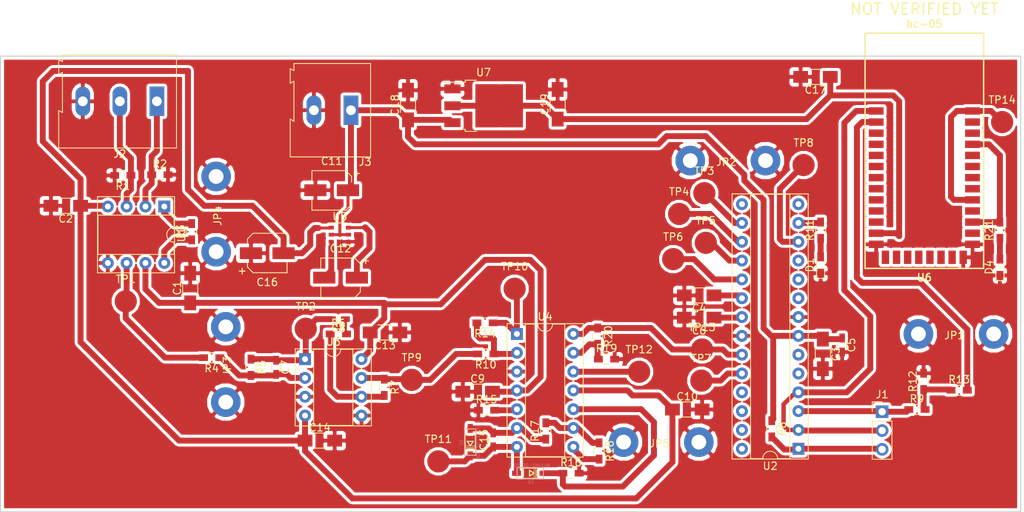
<source format=kicad_pcb>
(kicad_pcb (version 4) (host pcbnew 4.0.6)
  (title_block (title "EMG-device prototype PCB") (date 2018-04-02) (rev 1.0) (company "Johannes Pakanen, University of Oulu") (comment 1 "Johannes Pakanen, Juuso Tapaninen, Joona Salmela"))
  (layers (0 F.Cu signal) (31 B.Cu signal) (34 B.Paste user) (35 F.Paste user) (36 B.SilkS user) (37 F.SilkS user) (38 B.Mask user) (39 F.Mask user) (44 Edge.Cuts user))
  (net 0 "")
  (net 1 GND)
  (net 2 /V-)
  (net 3 +5V)
  (net 4 "Net-(C6-Pad1)")
  (net 5 "Net-(C7-Pad1)")
  (net 6 "Net-(C7-Pad2)")
  (net 7 "Net-(C8-Pad1)")
  (net 8 "Net-(C12-Pad1)")
  (net 9 "Net-(C12-Pad2)")
  (net 10 "Net-(C15-Pad1)")
  (net 11 "Net-(C15-Pad2)")
  (net 12 +3V3)
  (net 13 "Net-(D1-Pad2)")
  (net 14 "Net-(D3-PadC)")
  (net 15 "Net-(D4-Pad2)")
  (net 16 /RX)
  (net 17 /TX)
  (net 18 /RST)
  (net 19 /Input1)
  (net 20 /Input2)
  (net 21 "Net-(R3-Pad1)")
  (net 22 "Net-(R3-Pad2)")
  (net 23 "Net-(R4-Pad2)")
  (net 24 "Net-(R6-Pad1)")
  (net 25 "Net-(R10-Pad2)")
  (net 26 "Net-(R12-Pad1)")
  (net 27 "Net-(R10-Pad1)")
  (net 28 "Net-(R11-Pad2)")
  (net 29 /TX3.3)
  (net 30 "Net-(R14-Pad1)")
  (net 31 "Net-(R17-Pad2)")
  (net 32 "Net-(R18-Pad2)")
  (net 33 "Net-(R19-Pad1)")
  (net 34 /ADC)
  (net 35 "Net-(R21-Pad2)")
  (net 36 "Net-(TP3-Pad1)")
  (net 37 "Net-(TP4-Pad1)")
  (net 38 "Net-(TP5-Pad1)")
  (net 39 "Net-(TP6-Pad1)")
  (net 40 "Net-(TP7-Pad1)")
  (net 41 "Net-(TP8-Pad1)")
  (net 42 /KEY)
  (net 43 "Net-(U2-Pad15)")
  (net 44 "Net-(U2-Pad6)")
  (net 45 "Net-(U2-Pad9)")
  (net 46 "Net-(U2-Pad10)")
  (net 47 "Net-(U2-Pad11)")
  (net 48 "Net-(U2-Pad25)")
  (net 49 "Net-(U2-Pad26)")
  (net 50 "Net-(U2-Pad27)")
  (net 51 "Net-(U2-Pad14)")
  (net 52 "Net-(U2-Pad28)")
  (net 53 "Net-(U6-Pad14)")
  (net 54 "Net-(U6-Pad15)")
  (net 55 "Net-(U6-Pad16)")
  (net 56 "Net-(U6-Pad17)")
  (net 57 "Net-(U6-Pad18)")
  (net 58 "Net-(U6-Pad19)")
  (net 59 "Net-(U6-Pad20)")
  (net 60 "Net-(U6-Pad3)")
  (net 61 "Net-(U6-Pad4)")
  (net 62 "Net-(U6-Pad5)")
  (net 63 "Net-(U6-Pad6)")
  (net 64 "Net-(U6-Pad7)")
  (net 65 "Net-(U6-Pad8)")
  (net 66 "Net-(U6-Pad9)")
  (net 67 "Net-(U6-Pad10)")
  (net 68 "Net-(U6-Pad11)")
  (net 69 "Net-(U6-Pad23)")
  (net 70 "Net-(U6-Pad25)")
  (net 71 "Net-(U6-Pad27)")
  (net 72 "Net-(U6-Pad28)")
  (net 73 "Net-(U6-Pad29)")
  (net 74 "Net-(U6-Pad30)")
  (net 75 "Net-(U6-Pad32)")
  (net 76 "Net-(U6-Pad33)")
  (net 77 "Net-(U2-Pad5)")
  (module Capacitors_SMD:C_1206_HandSoldering (layer F.Cu) (at 124.8 100.1 90)
    (fp_text reference C1 (at 0 -1.75 90) (layer F.SilkS))
    (fp_text value 0.1uF)
    (pad 1 smd rect (at -2 0 90) (size 2 1.6) (layers F.Cu F.Paste F.Mask) (net 3 +5V))
    (pad 2 smd rect (at 2 0 90) (size 2 1.6) (layers F.Cu F.Paste F.Mask) (net 1 GND))
  )
  (module Capacitors_SMD:C_1206_HandSoldering (layer F.Cu) (at 108 89 180)
    (fp_text reference C2 (at 0 -1.75 180) (layer F.SilkS))
    (fp_text value 0.1uF)
    (pad 1 smd rect (at -2 0 180) (size 2 1.6) (layers F.Cu F.Paste F.Mask) (net 2 /V-))
    (pad 2 smd rect (at 2 0 180) (size 2 1.6) (layers F.Cu F.Paste F.Mask) (net 1 GND))
  )
  (module Capacitors_SMD:C_1206_HandSoldering (layer F.Cu) (at 210.2 109 270)
    (fp_text reference C3 (at 0 -1.75 270) (layer F.SilkS))
    (fp_text value 0.1uF)
    (pad 1 smd rect (at -2 0 270) (size 2 1.6) (layers F.Cu F.Paste F.Mask) (net 3 +5V))
    (pad 2 smd rect (at 2 0 270) (size 2 1.6) (layers F.Cu F.Paste F.Mask) (net 1 GND))
  )
  (module Capacitors_SMD:C_1206_HandSoldering (layer F.Cu) (at 193.5 101.1 180)
    (fp_text reference C4 (at 0 -1.75 180) (layer F.SilkS))
    (fp_text value 0.1uF)
    (pad 1 smd rect (at -2 0 180) (size 2 1.6) (layers F.Cu F.Paste F.Mask) (net 3 +5V))
    (pad 2 smd rect (at 2 0 180) (size 2 1.6) (layers F.Cu F.Paste F.Mask) (net 1 GND))
  )
  (module Capacitors_SMD:C_0603_HandSoldering (layer F.Cu) (at 212.8 107.8 270)
    (fp_text reference C5 (at 0 -1.25 270) (layer F.SilkS))
    (fp_text value 1uF)
    (pad 1 smd rect (at -0.95 0 270) (size 1.2 0.75) (layers F.Cu F.Paste F.Mask) (net 3 +5V))
    (pad 2 smd rect (at 0.95 0 270) (size 1.2 0.75) (layers F.Cu F.Paste F.Mask) (net 1 GND))
  )
  (module Capacitors_SMD:C_1206_HandSoldering (layer F.Cu) (at 193.5 104.1 180)
    (fp_text reference C6 (at 0 -1.75 180) (layer F.SilkS))
    (fp_text value 0.1uF)
    (pad 1 smd rect (at -2 0 180) (size 2 1.6) (layers F.Cu F.Paste F.Mask) (net 4 "Net-(C6-Pad1)"))
    (pad 2 smd rect (at 2 0 180) (size 2 1.6) (layers F.Cu F.Paste F.Mask) (net 1 GND))
  )
  (module Capacitors_SMD:C_0603_HandSoldering (layer F.Cu) (at 136.4 110.8 270)
    (fp_text reference C7 (at 0 -1.25 270) (layer F.SilkS))
    (fp_text value 12nF)
    (pad 1 smd rect (at -0.95 0 270) (size 1.2 0.75) (layers F.Cu F.Paste F.Mask) (net 5 "Net-(C7-Pad1)"))
    (pad 2 smd rect (at 0.95 0 270) (size 1.2 0.75) (layers F.Cu F.Paste F.Mask) (net 6 "Net-(C7-Pad2)"))
  )
  (module Capacitors_SMD:C_0603_HandSoldering (layer F.Cu) (at 144.8 104.3 180)
    (fp_text reference C8 (at 0 -1.25 180) (layer F.SilkS))
    (fp_text value 20nF)
    (pad 1 smd rect (at -0.95 0 180) (size 1.2 0.75) (layers F.Cu F.Paste F.Mask) (net 7 "Net-(C8-Pad1)"))
    (pad 2 smd rect (at 0.95 0 180) (size 1.2 0.75) (layers F.Cu F.Paste F.Mask) (net 5 "Net-(C7-Pad1)"))
  )
  (module Capacitors_SMD:C_1206_HandSoldering (layer F.Cu) (at 163.6 114.1)
    (fp_text reference C9 (at 0 -1.75) (layer F.SilkS))
    (fp_text value 0.1uF)
    (pad 1 smd rect (at -2 0) (size 2 1.6) (layers F.Cu F.Paste F.Mask) (net 1 GND))
    (pad 2 smd rect (at 2 0) (size 2 1.6) (layers F.Cu F.Paste F.Mask) (net 3 +5V))
  )
  (module Capacitors_SMD:C_1206_HandSoldering (layer F.Cu) (at 191.9 116.5)
    (fp_text reference C10 (at 0 -1.75) (layer F.SilkS))
    (fp_text value 0.1uF)
    (pad 1 smd rect (at -2 0) (size 2 1.6) (layers F.Cu F.Paste F.Mask) (net 2 /V-))
    (pad 2 smd rect (at 2 0) (size 2 1.6) (layers F.Cu F.Paste F.Mask) (net 1 GND))
  )
  (module Capacitors_SMD:CP_Elec_5x5.3 (layer F.Cu) (at 143.9 86.9 180)
    (fp_text reference C11 (at 0 3.92 180) (layer F.SilkS))
    (fp_text value 47uF)
    (fp_text user + (at -3.38 2.34 180) (layer F.SilkS))
    (pad 1 smd rect (at -2.2 0) (size 3 1.6) (layers F.Cu F.Paste F.Mask) (net 3 +5V))
    (pad 2 smd rect (at 2.2 0) (size 3 1.6) (layers F.Cu F.Paste F.Mask) (net 1 GND))
  )
  (module Capacitors_SMD:CP_Elec_5x5.3 (layer F.Cu) (at 145.1 98.7 180)
    (fp_text reference C12 (at 0 3.92 180) (layer F.SilkS))
    (fp_text value 47uF)
    (fp_text user + (at -3.38 2.34 180) (layer F.SilkS))
    (pad 1 smd rect (at -2.2 0) (size 3 1.6) (layers F.Cu F.Paste F.Mask) (net 8 "Net-(C12-Pad1)"))
    (pad 2 smd rect (at 2.2 0) (size 3 1.6) (layers F.Cu F.Paste F.Mask) (net 9 "Net-(C12-Pad2)"))
  )
  (module Capacitors_SMD:C_1206_HandSoldering (layer F.Cu) (at 151.1 106.1 180)
    (fp_text reference C13 (at 0 -1.75 180) (layer F.SilkS))
    (fp_text value 0.1uF)
    (pad 1 smd rect (at -2 0 180) (size 2 1.6) (layers F.Cu F.Paste F.Mask) (net 1 GND))
    (pad 2 smd rect (at 2 0 180) (size 2 1.6) (layers F.Cu F.Paste F.Mask) (net 3 +5V))
  )
  (module Capacitors_SMD:C_1206_HandSoldering (layer F.Cu) (at 142.3 120.7)
    (fp_text reference C14 (at 0 -1.75) (layer F.SilkS))
    (fp_text value 0.1uF)
    (pad 1 smd rect (at -2 0) (size 2 1.6) (layers F.Cu F.Paste F.Mask) (net 2 /V-))
    (pad 2 smd rect (at 2 0) (size 2 1.6) (layers F.Cu F.Paste F.Mask) (net 1 GND))
  )
  (module Capacitors_SMD:C_0603_HandSoldering (layer F.Cu) (at 165.7 120.6 90)
    (fp_text reference C15 (at 0 -1.25 90) (layer F.SilkS))
    (fp_text value 47pF)
    (pad 1 smd rect (at -0.95 0 90) (size 1.2 0.75) (layers F.Cu F.Paste F.Mask) (net 10 "Net-(C15-Pad1)"))
    (pad 2 smd rect (at 0.95 0 90) (size 1.2 0.75) (layers F.Cu F.Paste F.Mask) (net 11 "Net-(C15-Pad2)"))
  )
  (module Capacitors_SMD:CP_Elec_5x5.3 (layer F.Cu) (at 135.2 95.4)
    (fp_text reference C16 (at 0 3.92) (layer F.SilkS))
    (fp_text value 47uF)
    (fp_text user + (at -3.38 2.34) (layer F.SilkS))
    (pad 1 smd rect (at -2.2 0 180) (size 3 1.6) (layers F.Cu F.Paste F.Mask) (net 1 GND))
    (pad 2 smd rect (at 2.2 0 180) (size 3 1.6) (layers F.Cu F.Paste F.Mask) (net 2 /V-))
  )
  (module Capacitors_SMD:C_1206_HandSoldering (layer F.Cu) (at 209.2 71.6 180)
    (fp_text reference C17 (at 0 -1.75 180) (layer F.SilkS))
    (fp_text value 0.1uF)
    (pad 1 smd rect (at -2 0 180) (size 2 1.6) (layers F.Cu F.Paste F.Mask) (net 12 +3V3))
    (pad 2 smd rect (at 2 0 180) (size 2 1.6) (layers F.Cu F.Paste F.Mask) (net 1 GND))
  )
  (module Capacitors_SMD:C_1206_HandSoldering (layer F.Cu) (at 154.2 75.4 90)
    (fp_text reference C18 (at 0 -1.75 90) (layer F.SilkS))
    (fp_text value 10uF)
    (pad 1 smd rect (at -2 0 90) (size 2 1.6) (layers F.Cu F.Paste F.Mask) (net 3 +5V))
    (pad 2 smd rect (at 2 0 90) (size 2 1.6) (layers F.Cu F.Paste F.Mask) (net 1 GND))
  )
  (module Capacitors_SMD:C_1206_HandSoldering (layer F.Cu) (at 174.4 75.3 90)
    (fp_text reference C19 (at 0 -1.75 90) (layer F.SilkS))
    (fp_text value 10uF)
    (pad 1 smd rect (at -2 0 90) (size 2 1.6) (layers F.Cu F.Paste F.Mask) (net 12 +3V3))
    (pad 2 smd rect (at 2 0 90) (size 2 1.6) (layers F.Cu F.Paste F.Mask) (net 1 GND))
  )
  (module LEDs:LED_0603_HandSoldering (layer F.Cu) (at 209.9 97 90)
    (fp_text reference D1 (at 0 -1.45 90) (layer F.SilkS))
    (fp_text value LED)
    (pad 1 smd rect (at -1.1 0 90) (size 1.2 0.9) (layers F.Cu F.Paste F.Mask) (net 1 GND))
    (pad 2 smd rect (at 1.1 0 90) (size 1.2 0.9) (layers F.Cu F.Paste F.Mask) (net 13 "Net-(D1-Pad2)"))
  )
  (module adafruit:SOD-123 (layer F.Cu) (at 162.6 120.9 90)
    (fp_text reference D2 (at -0.08382 -1.20142 90) (layer B.SilkS) (effects (font (size 0.4064 0.4064) (thickness 0.0254))))
    (fp_text value DIODEDO-1N4148 (at 0.11684 1.0795 90) (layer B.SilkS) (effects (font (size 0.4064 0.4064) (thickness 0.0254))))
    (pad A smd rect (at 1.84912 0 90) (size 1.19888 0.6985) (layers F.Cu F.Paste F.Mask) (net 11 "Net-(C15-Pad2)"))
    (pad C smd rect (at -1.84912 0 90) (size 1.19888 0.6985) (layers F.Cu F.Paste F.Mask) (net 10 "Net-(C15-Pad1)"))
  )
  (module adafruit:SOD-123 (layer F.Cu) (at 170.7 125.1 180)
    (fp_text reference D3 (at -0.08382 -1.20142 180) (layer B.SilkS) (effects (font (size 0.4064 0.4064) (thickness 0.0254))))
    (fp_text value DIODEDO-1N4148 (at 0.11684 1.0795 180) (layer B.SilkS) (effects (font (size 0.4064 0.4064) (thickness 0.0254))))
    (pad A smd rect (at 1.84912 0 180) (size 1.19888 0.6985) (layers F.Cu F.Paste F.Mask) (net 10 "Net-(C15-Pad1)"))
    (pad C smd rect (at -1.84912 0 180) (size 1.19888 0.6985) (layers F.Cu F.Paste F.Mask) (net 14 "Net-(D3-PadC)"))
  )
  (module LEDs:LED_0603_HandSoldering (layer F.Cu) (at 234.1 97.3 90)
    (fp_text reference D4 (at 0 -1.45 90) (layer F.SilkS))
    (fp_text value LED)
    (pad 1 smd rect (at -1.1 0 90) (size 1.2 0.9) (layers F.Cu F.Paste F.Mask) (net 1 GND))
    (pad 2 smd rect (at 1.1 0 90) (size 1.2 0.9) (layers F.Cu F.Paste F.Mask) (net 15 "Net-(D4-Pad2)"))
  )
  (module Pin_Headers:Pin_Header_Straight_1x03_Pitch2.54mm (layer F.Cu) (at 218.2 116.8)
    (fp_text reference J1 (at 0 -2.33) (layer F.SilkS))
    (fp_text value CONN_01X03)
    (pad 1 thru_hole rect (at 0 0) (size 1.7 1.7) (drill 1) (layers *.Cu *.Mask) (net 17 /TX))
    (pad 2 thru_hole oval (at 0 2.54) (size 1.7 1.7) (drill 1) (layers *.Cu *.Mask) (net 16 /RX))
    (pad 3 thru_hole oval (at 0 5.08) (size 1.7 1.7) (drill 1) (layers *.Cu *.Mask) (net 18 /RST))
  )
  (module Connectors_Terminal_Blocks:TerminalBlock_Altech_AK300-3_P5.00mm (layer F.Cu) (at 120.3 74.9 180)
    (fp_text reference J2 (at 5 -7.1 180) (layer F.SilkS))
    (fp_text value Screw_Terminal_1x03)
    (pad 1 thru_hole rect (at 0 0 180) (size 1.98 3.96) (drill 1.32) (layers *.Cu *.Mask) (net 19 /Input1))
    (pad 2 thru_hole oval (at 5 0 180) (size 1.98 3.96) (drill 1.32) (layers *.Cu *.Mask) (net 20 /Input2))
    (pad 3 thru_hole oval (at 10 0 180) (size 1.98 3.96) (drill 1.32) (layers *.Cu *.Mask) (net 1 GND))
  )
  (module Connectors_Terminal_Blocks:TerminalBlock_Altech_AK300-2_P5.00mm (layer F.Cu) (at 146.5 76.1 180)
    (fp_text reference J3 (at -1.92 -6.99 180) (layer F.SilkS))
    (fp_text value Screw_Terminal_1x02)
    (pad 1 thru_hole rect (at 0 0 180) (size 1.98 3.96) (drill 1.32) (layers *.Cu *.Mask) (net 3 +5V))
    (pad 2 thru_hole oval (at 5 0 180) (size 1.98 3.96) (drill 1.32) (layers *.Cu *.Mask) (net 1 GND))
  )
  (module Resistors_SMD:R_0603_HandSoldering (layer F.Cu) (at 115.7 84.9 180)
    (fp_text reference R1 (at 0 -1.45 180) (layer F.SilkS))
    (fp_text value 1M)
    (pad 1 smd rect (at -1.1 0 180) (size 1.2 0.9) (layers F.Cu F.Paste F.Mask) (net 20 /Input2))
    (pad 2 smd rect (at 1.1 0 180) (size 1.2 0.9) (layers F.Cu F.Paste F.Mask) (net 1 GND))
  )
  (module Resistors_SMD:R_0603_HandSoldering (layer F.Cu) (at 120.7 84.8)
    (fp_text reference R2 (at 0 -1.45) (layer F.SilkS))
    (fp_text value 1M)
    (pad 1 smd rect (at -1.1 0) (size 1.2 0.9) (layers F.Cu F.Paste F.Mask) (net 19 /Input1))
    (pad 2 smd rect (at 1.1 0) (size 1.2 0.9) (layers F.Cu F.Paste F.Mask) (net 1 GND))
  )
  (module Resistors_SMD:R_0603_HandSoldering (layer F.Cu) (at 125 92.5 90)
    (fp_text reference R3 (at 0 -1.45 90) (layer F.SilkS))
    (fp_text value 470)
    (pad 1 smd rect (at -1.1 0 90) (size 1.2 0.9) (layers F.Cu F.Paste F.Mask) (net 21 "Net-(R3-Pad1)"))
    (pad 2 smd rect (at 1.1 0 90) (size 1.2 0.9) (layers F.Cu F.Paste F.Mask) (net 22 "Net-(R3-Pad2)"))
  )
  (module Resistors_SMD:R_0603_HandSoldering (layer F.Cu) (at 127.7 109.5 180)
    (fp_text reference R4 (at 0 -1.45 180) (layer F.SilkS))
    (fp_text value 82k)
    (pad 1 smd rect (at -1.1 0 180) (size 1.2 0.9) (layers F.Cu F.Paste F.Mask) (net 6 "Net-(C7-Pad2)"))
    (pad 2 smd rect (at 1.1 0 180) (size 1.2 0.9) (layers F.Cu F.Paste F.Mask) (net 23 "Net-(R4-Pad2)"))
  )
  (module Resistors_SMD:R_0603_HandSoldering (layer F.Cu) (at 133 110.8 270)
    (fp_text reference R5 (at 0 -1.45 270) (layer F.SilkS))
    (fp_text value 82k)
    (pad 1 smd rect (at -1.1 0 270) (size 1.2 0.9) (layers F.Cu F.Paste F.Mask) (net 5 "Net-(C7-Pad1)"))
    (pad 2 smd rect (at 1.1 0 270) (size 1.2 0.9) (layers F.Cu F.Paste F.Mask) (net 6 "Net-(C7-Pad2)"))
  )
  (module Resistors_SMD:R_0603_HandSoldering (layer F.Cu) (at 144.8 106.3)
    (fp_text reference R6 (at 0 -1.45) (layer F.SilkS))
    (fp_text value 120k)
    (pad 1 smd rect (at -1.1 0) (size 1.2 0.9) (layers F.Cu F.Paste F.Mask) (net 24 "Net-(R6-Pad1)"))
    (pad 2 smd rect (at 1.1 0) (size 1.2 0.9) (layers F.Cu F.Paste F.Mask) (net 7 "Net-(C8-Pad1)"))
  )
  (module Resistors_SMD:R_0603_HandSoldering (layer F.Cu) (at 151 113.5 270)
    (fp_text reference R7 (at 0 -1.45 270) (layer F.SilkS))
    (fp_text value 120k)
    (pad 1 smd rect (at -1.1 0 270) (size 1.2 0.9) (layers F.Cu F.Paste F.Mask) (net 25 "Net-(R10-Pad2)"))
    (pad 2 smd rect (at 1.1 0 270) (size 1.2 0.9) (layers F.Cu F.Paste F.Mask) (net 24 "Net-(R6-Pad1)"))
  )
  (module Resistors_SMD:R_0603_HandSoldering (layer F.Cu) (at 203.3 119.1 270)
    (fp_text reference R8 (at 0 -1.45 270) (layer F.SilkS))
    (fp_text value 10k)
    (pad 1 smd rect (at -1.1 0 270) (size 1.2 0.9) (layers F.Cu F.Paste F.Mask) (net 3 +5V))
    (pad 2 smd rect (at 1.1 0 270) (size 1.2 0.9) (layers F.Cu F.Paste F.Mask) (net 18 /RST))
  )
  (module Resistors_SMD:R_0603_HandSoldering (layer F.Cu) (at 222.9 116.5)
    (fp_text reference R9 (at 0 -1.45) (layer F.SilkS))
    (fp_text value 4.7K)
    (pad 1 smd rect (at -1.1 0) (size 1.2 0.9) (layers F.Cu F.Paste F.Mask) (net 17 /TX))
    (pad 2 smd rect (at 1.1 0) (size 1.2 0.9) (layers F.Cu F.Paste F.Mask) (net 26 "Net-(R12-Pad1)"))
  )
  (module Resistors_SMD:R_0603_HandSoldering (layer F.Cu) (at 164.7 109 180)
    (fp_text reference R10 (at 0 -1.45 180) (layer F.SilkS))
    (fp_text value 10k)
    (pad 1 smd rect (at -1.1 0 180) (size 1.2 0.9) (layers F.Cu F.Paste F.Mask) (net 27 "Net-(R10-Pad1)"))
    (pad 2 smd rect (at 1.1 0 180) (size 1.2 0.9) (layers F.Cu F.Paste F.Mask) (net 25 "Net-(R10-Pad2)"))
  )
  (module Resistors_SMD:R_0603_HandSoldering (layer F.Cu) (at 209.9 92.3 90)
    (fp_text reference R11 (at 0 -1.45 90) (layer F.SilkS))
    (fp_text value 1K)
    (pad 1 smd rect (at -1.1 0 90) (size 1.2 0.9) (layers F.Cu F.Paste F.Mask) (net 13 "Net-(D1-Pad2)"))
    (pad 2 smd rect (at 1.1 0 90) (size 1.2 0.9) (layers F.Cu F.Paste F.Mask) (net 28 "Net-(R11-Pad2)"))
  )
  (module Resistors_SMD:R_0603_HandSoldering (layer F.Cu) (at 223.8 112.7 90)
    (fp_text reference R12 (at 0 -1.45 90) (layer F.SilkS))
    (fp_text value 10K)
    (pad 1 smd rect (at -1.1 0 90) (size 1.2 0.9) (layers F.Cu F.Paste F.Mask) (net 26 "Net-(R12-Pad1)"))
    (pad 2 smd rect (at 1.1 0 90) (size 1.2 0.9) (layers F.Cu F.Paste F.Mask) (net 1 GND))
  )
  (module Resistors_SMD:R_0603_HandSoldering (layer F.Cu) (at 228.6 113.9)
    (fp_text reference R13 (at 0 -1.45) (layer F.SilkS))
    (fp_text value 0)
    (pad 1 smd rect (at -1.1 0) (size 1.2 0.9) (layers F.Cu F.Paste F.Mask) (net 26 "Net-(R12-Pad1)"))
    (pad 2 smd rect (at 1.1 0) (size 1.2 0.9) (layers F.Cu F.Paste F.Mask) (net 29 /TX3.3))
  )
  (module Resistors_SMD:R_0603_HandSoldering (layer F.Cu) (at 164.6 104.8 180)
    (fp_text reference R14 (at 0 -1.45 180) (layer F.SilkS))
    (fp_text value 150K)
    (pad 1 smd rect (at -1.1 0 180) (size 1.2 0.9) (layers F.Cu F.Paste F.Mask) (net 30 "Net-(R14-Pad1)"))
    (pad 2 smd rect (at 1.1 0 180) (size 1.2 0.9) (layers F.Cu F.Paste F.Mask) (net 27 "Net-(R10-Pad1)"))
  )
  (module Resistors_SMD:R_0603_HandSoldering (layer F.Cu) (at 164.8 116.6)
    (fp_text reference R15 (at 0 -1.45) (layer F.SilkS))
    (fp_text value 100k)
    (pad 1 smd rect (at -1.1 0) (size 1.2 0.9) (layers F.Cu F.Paste F.Mask) (net 1 GND))
    (pad 2 smd rect (at 1.1 0) (size 1.2 0.9) (layers F.Cu F.Paste F.Mask) (net 30 "Net-(R14-Pad1)"))
  )
  (module Resistors_SMD:R_0603_HandSoldering (layer F.Cu) (at 176.2 125.1)
    (fp_text reference R16 (at 0 -1.45) (layer F.SilkS))
    (fp_text value 1k)
    (pad 1 smd rect (at -1.1 0) (size 1.2 0.9) (layers F.Cu F.Paste F.Mask) (net 14 "Net-(D3-PadC)"))
    (pad 2 smd rect (at 1.1 0) (size 1.2 0.9) (layers F.Cu F.Paste F.Mask) (net 1 GND))
  )
  (module Resistors_SMD:R_0603_HandSoldering (layer F.Cu) (at 172.8 119.4 90)
    (fp_text reference R17 (at 0 -1.45 90) (layer F.SilkS))
    (fp_text value 1k)
    (pad 1 smd rect (at -1.1 0 90) (size 1.2 0.9) (layers F.Cu F.Paste F.Mask) (net 11 "Net-(C15-Pad2)"))
    (pad 2 smd rect (at 1.1 0 90) (size 1.2 0.9) (layers F.Cu F.Paste F.Mask) (net 31 "Net-(R17-Pad2)"))
  )
  (module Resistors_SMD:R_0603_HandSoldering (layer F.Cu) (at 180 122.1 270)
    (fp_text reference R18 (at 0 -1.45 270) (layer F.SilkS))
    (fp_text value 1k)
    (pad 1 smd rect (at -1.1 0 270) (size 1.2 0.9) (layers F.Cu F.Paste F.Mask) (net 31 "Net-(R17-Pad2)"))
    (pad 2 smd rect (at 1.1 0 270) (size 1.2 0.9) (layers F.Cu F.Paste F.Mask) (net 32 "Net-(R18-Pad2)"))
  )
  (module Resistors_SMD:R_0603_HandSoldering (layer F.Cu) (at 181 109.7)
    (fp_text reference R19 (at 0 -1.45) (layer F.SilkS))
    (fp_text value 10k)
    (pad 1 smd rect (at -1.1 0) (size 1.2 0.9) (layers F.Cu F.Paste F.Mask) (net 33 "Net-(R19-Pad1)"))
    (pad 2 smd rect (at 1.1 0) (size 1.2 0.9) (layers F.Cu F.Paste F.Mask) (net 1 GND))
  )
  (module Resistors_SMD:R_0603_HandSoldering (layer F.Cu) (at 179.8 106.6 270)
    (fp_text reference R20 (at 0 -1.45 270) (layer F.SilkS))
    (fp_text value 10k)
    (pad 1 smd rect (at -1.1 0 270) (size 1.2 0.9) (layers F.Cu F.Paste F.Mask) (net 34 /ADC))
    (pad 2 smd rect (at 1.1 0 270) (size 1.2 0.9) (layers F.Cu F.Paste F.Mask) (net 33 "Net-(R19-Pad1)"))
  )
  (module Resistors_SMD:R_0603_HandSoldering (layer F.Cu) (at 234.1 92.3 90)
    (fp_text reference R21 (at 0 -1.45 90) (layer F.SilkS))
    (fp_text value 1K)
    (pad 1 smd rect (at -1.1 0 90) (size 1.2 0.9) (layers F.Cu F.Paste F.Mask) (net 15 "Net-(D4-Pad2)"))
    (pad 2 smd rect (at 1.1 0 90) (size 1.2 0.9) (layers F.Cu F.Paste F.Mask) (net 35 "Net-(R21-Pad2)"))
  )
  (module Measurement_Points:Measurement_Point_Round-SMD-Pad_Big (layer F.Cu) (at 116.1 101.9)
    (fp_text reference TP1 (at 0 -3) (layer F.SilkS))
    (fp_text value TEST)
    (pad 1 smd circle (at 0 0) (size 3 3) (layers F.Cu F.Mask) (net 23 "Net-(R4-Pad2)"))
  )
  (module Measurement_Points:Measurement_Point_Round-SMD-Pad_Big (layer F.Cu) (at 140.4 105.6)
    (fp_text reference TP2 (at 0 -3) (layer F.SilkS))
    (fp_text value TEST)
    (pad 1 smd circle (at 0 0) (size 3 3) (layers F.Cu F.Mask) (net 5 "Net-(C7-Pad1)"))
  )
  (module Measurement_Points:Measurement_Point_Round-SMD-Pad_Big (layer F.Cu) (at 194.2 87.3)
    (fp_text reference TP3 (at 0 -3) (layer F.SilkS))
    (fp_text value TEST)
    (pad 1 smd circle (at 0 0) (size 3 3) (layers F.Cu F.Mask) (net 36 "Net-(TP3-Pad1)"))
  )
  (module Measurement_Points:Measurement_Point_Round-SMD-Pad_Big (layer F.Cu) (at 190.8 90.1)
    (fp_text reference TP4 (at 0 -3) (layer F.SilkS))
    (fp_text value TEST)
    (pad 1 smd circle (at 0 0) (size 3 3) (layers F.Cu F.Mask) (net 37 "Net-(TP4-Pad1)"))
  )
  (module Measurement_Points:Measurement_Point_Round-SMD-Pad_Big (layer F.Cu) (at 194.4 94)
    (fp_text reference TP5 (at 0 -3) (layer F.SilkS))
    (fp_text value TEST)
    (pad 1 smd circle (at 0 0) (size 3 3) (layers F.Cu F.Mask) (net 38 "Net-(TP5-Pad1)"))
  )
  (module Measurement_Points:Measurement_Point_Round-SMD-Pad_Big (layer F.Cu) (at 190 96.2)
    (fp_text reference TP6 (at 0 -3) (layer F.SilkS))
    (fp_text value TEST)
    (pad 1 smd circle (at 0 0) (size 3 3) (layers F.Cu F.Mask) (net 39 "Net-(TP6-Pad1)"))
  )
  (module Measurement_Points:Measurement_Point_Round-SMD-Pad_Big (layer F.Cu) (at 193.8 112.6)
    (fp_text reference TP7 (at 0 -3) (layer F.SilkS))
    (fp_text value TEST)
    (pad 1 smd circle (at 0 0) (size 3 3) (layers F.Cu F.Mask) (net 40 "Net-(TP7-Pad1)"))
  )
  (module Measurement_Points:Measurement_Point_Round-SMD-Pad_Big (layer F.Cu) (at 207.6 83.5)
    (fp_text reference TP8 (at 0 -3) (layer F.SilkS))
    (fp_text value TEST)
    (pad 1 smd circle (at 0 0) (size 3 3) (layers F.Cu F.Mask) (net 41 "Net-(TP8-Pad1)"))
  )
  (module Measurement_Points:Measurement_Point_Round-SMD-Pad_Big (layer F.Cu) (at 154.7 112.5)
    (fp_text reference TP9 (at 0 -3) (layer F.SilkS))
    (fp_text value TEST)
    (pad 1 smd circle (at 0 0) (size 3 3) (layers F.Cu F.Mask) (net 25 "Net-(R10-Pad2)"))
  )
  (module Measurement_Points:Measurement_Point_Round-SMD-Pad_Big (layer F.Cu) (at 168.6 100.2)
    (fp_text reference TP10 (at 0 -3) (layer F.SilkS))
    (fp_text value TEST)
    (pad 1 smd circle (at 0 0) (size 3 3) (layers F.Cu F.Mask) (net 30 "Net-(R14-Pad1)"))
  )
  (module Measurement_Points:Measurement_Point_Round-SMD-Pad_Big (layer F.Cu) (at 158.3 123.5)
    (fp_text reference TP11 (at 0 -3) (layer F.SilkS))
    (fp_text value TEST)
    (pad 1 smd circle (at 0 0) (size 3 3) (layers F.Cu F.Mask) (net 10 "Net-(C15-Pad1)"))
  )
  (module Measurement_Points:Measurement_Point_Round-SMD-Pad_Big (layer F.Cu) (at 185.4 111.4)
    (fp_text reference TP12 (at 0 -3) (layer F.SilkS))
    (fp_text value TEST)
    (pad 1 smd circle (at 0 0) (size 3 3) (layers F.Cu F.Mask) (net 32 "Net-(R18-Pad2)"))
  )
  (module Measurement_Points:Measurement_Point_Round-SMD-Pad_Big (layer F.Cu) (at 193.9 108.4)
    (fp_text reference TP13 (at 0 -3) (layer F.SilkS))
    (fp_text value TEST)
    (pad 1 smd circle (at 0 0) (size 3 3) (layers F.Cu F.Mask) (net 34 /ADC))
  )
  (module Measurement_Points:Measurement_Point_Round-SMD-Pad_Big (layer F.Cu) (at 234.4 77.7)
    (fp_text reference TP14 (at 0 -3) (layer F.SilkS))
    (fp_text value TEST)
    (pad 1 smd circle (at 0 0) (size 3 3) (layers F.Cu F.Mask) (net 42 /KEY))
  )
  (module Housings_DIP:DIP-8_W7.62mm_Socket (layer F.Cu) (at 121.3 89.1 270)
    (fp_text reference U1 (at 3.81 -2.33 270) (layer F.SilkS))
    (fp_text value AD620)
    (pad 1 thru_hole rect (at 0 0 270) (size 1.6 1.6) (drill 0.8) (layers *.Cu *.Mask) (net 22 "Net-(R3-Pad2)"))
    (pad 5 thru_hole oval (at 7.62 7.62 270) (size 1.6 1.6) (drill 0.8) (layers *.Cu *.Mask) (net 1 GND))
    (pad 2 thru_hole oval (at 0 2.54 270) (size 1.6 1.6) (drill 0.8) (layers *.Cu *.Mask) (net 19 /Input1))
    (pad 6 thru_hole oval (at 7.62 5.08 270) (size 1.6 1.6) (drill 0.8) (layers *.Cu *.Mask) (net 23 "Net-(R4-Pad2)"))
    (pad 3 thru_hole oval (at 0 5.08 270) (size 1.6 1.6) (drill 0.8) (layers *.Cu *.Mask) (net 20 /Input2))
    (pad 7 thru_hole oval (at 7.62 2.54 270) (size 1.6 1.6) (drill 0.8) (layers *.Cu *.Mask) (net 3 +5V))
    (pad 4 thru_hole oval (at 0 7.62 270) (size 1.6 1.6) (drill 0.8) (layers *.Cu *.Mask) (net 2 /V-))
    (pad 8 thru_hole oval (at 7.62 0 270) (size 1.6 1.6) (drill 0.8) (layers *.Cu *.Mask) (net 21 "Net-(R3-Pad1)"))
  )
  (module Housings_DIP:DIP-28_W7.62mm_Socket (layer F.Cu) (at 206.9 121.8 180)
    (fp_text reference U2 (at 3.81 -2.33 180) (layer F.SilkS))
    (fp_text value ATMEGA328P-PU)
    (pad 1 thru_hole rect (at 0 0 180) (size 1.6 1.6) (drill 0.8) (layers *.Cu *.Mask) (net 18 /RST))
    (pad 15 thru_hole oval (at 7.62 33.02 180) (size 1.6 1.6) (drill 0.8) (layers *.Cu *.Mask) (net 43 "Net-(U2-Pad15)"))
    (pad 2 thru_hole oval (at 0 2.54 180) (size 1.6 1.6) (drill 0.8) (layers *.Cu *.Mask) (net 16 /RX))
    (pad 16 thru_hole oval (at 7.62 30.48 180) (size 1.6 1.6) (drill 0.8) (layers *.Cu *.Mask) (net 36 "Net-(TP3-Pad1)"))
    (pad 3 thru_hole oval (at 0 5.08 180) (size 1.6 1.6) (drill 0.8) (layers *.Cu *.Mask) (net 17 /TX))
    (pad 17 thru_hole oval (at 7.62 27.94 180) (size 1.6 1.6) (drill 0.8) (layers *.Cu *.Mask) (net 37 "Net-(TP4-Pad1)"))
    (pad 4 thru_hole oval (at 0 7.62 180) (size 1.6 1.6) (drill 0.8) (layers *.Cu *.Mask) (net 16 /RX))
    (pad 18 thru_hole oval (at 7.62 25.4 180) (size 1.6 1.6) (drill 0.8) (layers *.Cu *.Mask) (net 38 "Net-(TP5-Pad1)"))
    (pad 5 thru_hole oval (at 0 10.16 180) (size 1.6 1.6) (drill 0.8) (layers *.Cu *.Mask) (net 77 "Net-(U2-Pad5)"))
    (pad 19 thru_hole oval (at 7.62 22.86 180) (size 1.6 1.6) (drill 0.8) (layers *.Cu *.Mask) (net 39 "Net-(TP6-Pad1)"))
    (pad 6 thru_hole oval (at 0 12.7 180) (size 1.6 1.6) (drill 0.8) (layers *.Cu *.Mask) (net 44 "Net-(U2-Pad6)"))
    (pad 20 thru_hole oval (at 7.62 20.32 180) (size 1.6 1.6) (drill 0.8) (layers *.Cu *.Mask) (net 3 +5V))
    (pad 7 thru_hole oval (at 0 15.24 180) (size 1.6 1.6) (drill 0.8) (layers *.Cu *.Mask) (net 3 +5V))
    (pad 21 thru_hole oval (at 7.62 17.78 180) (size 1.6 1.6) (drill 0.8) (layers *.Cu *.Mask) (net 4 "Net-(C6-Pad1)"))
    (pad 8 thru_hole oval (at 0 17.78 180) (size 1.6 1.6) (drill 0.8) (layers *.Cu *.Mask) (net 1 GND))
    (pad 22 thru_hole oval (at 7.62 15.24 180) (size 1.6 1.6) (drill 0.8) (layers *.Cu *.Mask) (net 1 GND))
    (pad 9 thru_hole oval (at 0 20.32 180) (size 1.6 1.6) (drill 0.8) (layers *.Cu *.Mask) (net 45 "Net-(U2-Pad9)"))
    (pad 23 thru_hole oval (at 7.62 12.7 180) (size 1.6 1.6) (drill 0.8) (layers *.Cu *.Mask) (net 34 /ADC))
    (pad 10 thru_hole oval (at 0 22.86 180) (size 1.6 1.6) (drill 0.8) (layers *.Cu *.Mask) (net 46 "Net-(U2-Pad10)"))
    (pad 24 thru_hole oval (at 7.62 10.16 180) (size 1.6 1.6) (drill 0.8) (layers *.Cu *.Mask) (net 40 "Net-(TP7-Pad1)"))
    (pad 11 thru_hole oval (at 0 25.4 180) (size 1.6 1.6) (drill 0.8) (layers *.Cu *.Mask) (net 47 "Net-(U2-Pad11)"))
    (pad 25 thru_hole oval (at 7.62 7.62 180) (size 1.6 1.6) (drill 0.8) (layers *.Cu *.Mask) (net 48 "Net-(U2-Pad25)"))
    (pad 12 thru_hole oval (at 0 27.94 180) (size 1.6 1.6) (drill 0.8) (layers *.Cu *.Mask) (net 41 "Net-(TP8-Pad1)"))
    (pad 26 thru_hole oval (at 7.62 5.08 180) (size 1.6 1.6) (drill 0.8) (layers *.Cu *.Mask) (net 49 "Net-(U2-Pad26)"))
    (pad 13 thru_hole oval (at 0 30.48 180) (size 1.6 1.6) (drill 0.8) (layers *.Cu *.Mask) (net 28 "Net-(R11-Pad2)"))
    (pad 27 thru_hole oval (at 7.62 2.54 180) (size 1.6 1.6) (drill 0.8) (layers *.Cu *.Mask) (net 50 "Net-(U2-Pad27)"))
    (pad 14 thru_hole oval (at 0 33.02 180) (size 1.6 1.6) (drill 0.8) (layers *.Cu *.Mask) (net 51 "Net-(U2-Pad14)"))
    (pad 28 thru_hole oval (at 7.62 0 180) (size 1.6 1.6) (drill 0.8) (layers *.Cu *.Mask) (net 52 "Net-(U2-Pad28)"))
  )
  (module Housings_DIP:DIP-8_W7.62mm_Socket (layer F.Cu) (at 140.3 109.7)
    (fp_text reference U3 (at 3.81 -2.33) (layer F.SilkS))
    (fp_text value TL072)
    (pad 1 thru_hole rect (at 0 0) (size 1.6 1.6) (drill 0.8) (layers *.Cu *.Mask) (net 5 "Net-(C7-Pad1)"))
    (pad 5 thru_hole oval (at 7.62 7.62) (size 1.6 1.6) (drill 0.8) (layers *.Cu *.Mask) (net 1 GND))
    (pad 2 thru_hole oval (at 0 2.54) (size 1.6 1.6) (drill 0.8) (layers *.Cu *.Mask) (net 6 "Net-(C7-Pad2)"))
    (pad 6 thru_hole oval (at 7.62 5.08) (size 1.6 1.6) (drill 0.8) (layers *.Cu *.Mask) (net 24 "Net-(R6-Pad1)"))
    (pad 3 thru_hole oval (at 0 5.08) (size 1.6 1.6) (drill 0.8) (layers *.Cu *.Mask) (net 1 GND))
    (pad 7 thru_hole oval (at 7.62 2.54) (size 1.6 1.6) (drill 0.8) (layers *.Cu *.Mask) (net 25 "Net-(R10-Pad2)"))
    (pad 4 thru_hole oval (at 0 7.62) (size 1.6 1.6) (drill 0.8) (layers *.Cu *.Mask) (net 2 /V-))
    (pad 8 thru_hole oval (at 7.62 0) (size 1.6 1.6) (drill 0.8) (layers *.Cu *.Mask) (net 3 +5V))
  )
  (module Housings_DIP:DIP-14_W7.62mm_Socket (layer F.Cu) (at 168.9 106.3)
    (fp_text reference U4 (at 3.81 -2.33) (layer F.SilkS))
    (fp_text value LM324N)
    (pad 1 thru_hole rect (at 0 0) (size 1.6 1.6) (drill 0.8) (layers *.Cu *.Mask) (net 30 "Net-(R14-Pad1)"))
    (pad 8 thru_hole oval (at 7.62 15.24) (size 1.6 1.6) (drill 0.8) (layers *.Cu *.Mask) (net 32 "Net-(R18-Pad2)"))
    (pad 2 thru_hole oval (at 0 2.54) (size 1.6 1.6) (drill 0.8) (layers *.Cu *.Mask) (net 27 "Net-(R10-Pad1)"))
    (pad 9 thru_hole oval (at 7.62 12.7) (size 1.6 1.6) (drill 0.8) (layers *.Cu *.Mask) (net 31 "Net-(R17-Pad2)"))
    (pad 3 thru_hole oval (at 0 5.08) (size 1.6 1.6) (drill 0.8) (layers *.Cu *.Mask) (net 1 GND))
    (pad 10 thru_hole oval (at 7.62 10.16) (size 1.6 1.6) (drill 0.8) (layers *.Cu *.Mask) (net 14 "Net-(D3-PadC)"))
    (pad 4 thru_hole oval (at 0 7.62) (size 1.6 1.6) (drill 0.8) (layers *.Cu *.Mask) (net 3 +5V))
    (pad 11 thru_hole oval (at 7.62 7.62) (size 1.6 1.6) (drill 0.8) (layers *.Cu *.Mask) (net 2 /V-))
    (pad 5 thru_hole oval (at 0 10.16) (size 1.6 1.6) (drill 0.8) (layers *.Cu *.Mask) (net 30 "Net-(R14-Pad1)"))
    (pad 12 thru_hole oval (at 7.62 5.08) (size 1.6 1.6) (drill 0.8) (layers *.Cu *.Mask) (net 32 "Net-(R18-Pad2)"))
    (pad 6 thru_hole oval (at 0 12.7) (size 1.6 1.6) (drill 0.8) (layers *.Cu *.Mask) (net 11 "Net-(C15-Pad2)"))
    (pad 13 thru_hole oval (at 7.62 2.54) (size 1.6 1.6) (drill 0.8) (layers *.Cu *.Mask) (net 33 "Net-(R19-Pad1)"))
    (pad 7 thru_hole oval (at 0 15.24) (size 1.6 1.6) (drill 0.8) (layers *.Cu *.Mask) (net 10 "Net-(C15-Pad1)"))
    (pad 14 thru_hole oval (at 7.62 0) (size 1.6 1.6) (drill 0.8) (layers *.Cu *.Mask) (net 34 /ADC))
  )
  (module Housings_SSOP:TSOP-6_1.65x3.05mm_Pitch0.95mm (layer F.Cu) (at 145 92.9)
    (fp_text reference U5 (at 0 -2.45) (layer F.SilkS))
    (fp_text value MAX1720)
    (pad 1 smd rect (at -1.16 -0.95) (size 0.7 0.51) (layers F.Cu F.Paste F.Mask) (net 2 /V-))
    (pad 2 smd rect (at -1.16 0) (size 0.7 0.51) (layers F.Cu F.Paste F.Mask) (net 3 +5V))
    (pad 3 smd rect (at -1.16 0.95) (size 0.7 0.51) (layers F.Cu F.Paste F.Mask) (net 9 "Net-(C12-Pad2)"))
    (pad 4 smd rect (at 1.16 0.95) (size 0.7 0.51) (layers F.Cu F.Paste F.Mask) (net 1 GND))
    (pad 5 smd rect (at 1.16 0) (size 0.7 0.51) (layers F.Cu F.Paste F.Mask) (net 3 +5V))
    (pad 6 smd rect (at 1.16 -0.95) (size 0.7 0.51) (layers F.Cu F.Paste F.Mask) (net 8 "Net-(C12-Pad1)"))
  )
  (module Bluetooth:HC-05 (layer F.Cu) (at 223.9 82.7)
    (fp_text reference U6 (at 0 16) (layer F.SilkS) (effects (font (thickness 0.2))))
    (fp_text value hc-05 (at 0 -18.25) (layer F.SilkS) (effects (font (thickness 0.2))))
    (fp_text user "NOT VERIFIED YET" (at 0 -20.25) (layer F.SilkS) (effects (font (size 1.5 1.5) (thickness 0.2))))
    (pad 14 smd rect (at -5.25 13.25) (size 1 1.8) (layers F.Cu F.Paste F.Mask) (net 53 "Net-(U6-Pad14)"))
    (pad 15 smd rect (at -3.75 13.25) (size 1 1.8) (layers F.Cu F.Paste F.Mask) (net 54 "Net-(U6-Pad15)"))
    (pad 16 smd rect (at -2.25 13.25) (size 1 1.8) (layers F.Cu F.Paste F.Mask) (net 55 "Net-(U6-Pad16)"))
    (pad 17 smd rect (at -0.75 13.25) (size 1 1.8) (layers F.Cu F.Paste F.Mask) (net 56 "Net-(U6-Pad17)"))
    (pad 18 smd rect (at 0.75 13.25) (size 1 1.8) (layers F.Cu F.Paste F.Mask) (net 57 "Net-(U6-Pad18)"))
    (pad 19 smd rect (at 2.25 13.25) (size 1 1.8) (layers F.Cu F.Paste F.Mask) (net 58 "Net-(U6-Pad19)"))
    (pad 20 smd rect (at 3.75 13.25) (size 1 1.8) (layers F.Cu F.Paste F.Mask) (net 59 "Net-(U6-Pad20)"))
    (pad 21 smd rect (at 5.25 13.25) (size 1 1.8) (layers F.Cu F.Paste F.Mask) (net 1 GND))
    (pad 1 smd rect (at -6.5 -6.5 90) (size 1 2) (layers F.Cu F.Paste F.Mask) (net 16 /RX))
    (pad 2 smd rect (at -6.5 -5 90) (size 1 2) (layers F.Cu F.Paste F.Mask) (net 29 /TX3.3))
    (pad 3 smd rect (at -6.5 -3.5 90) (size 1 2) (layers F.Cu F.Paste F.Mask) (net 60 "Net-(U6-Pad3)"))
    (pad 4 smd rect (at -6.5 -2 90) (size 1 2) (layers F.Cu F.Paste F.Mask) (net 61 "Net-(U6-Pad4)"))
    (pad 5 smd rect (at -6.5 -0.5 90) (size 1 2) (layers F.Cu F.Paste F.Mask) (net 62 "Net-(U6-Pad5)"))
    (pad 6 smd rect (at -6.5 1 90) (size 1 2) (layers F.Cu F.Paste F.Mask) (net 63 "Net-(U6-Pad6)"))
    (pad 7 smd rect (at -6.5 2.5 90) (size 1 2) (layers F.Cu F.Paste F.Mask) (net 64 "Net-(U6-Pad7)"))
    (pad 8 smd rect (at -6.5 4 90) (size 1 2) (layers F.Cu F.Paste F.Mask) (net 65 "Net-(U6-Pad8)"))
    (pad 9 smd rect (at -6.5 5.5 90) (size 1 2) (layers F.Cu F.Paste F.Mask) (net 66 "Net-(U6-Pad9)"))
    (pad 10 smd rect (at -6.5 7 90) (size 1 2) (layers F.Cu F.Paste F.Mask) (net 67 "Net-(U6-Pad10)"))
    (pad 11 smd rect (at -6.5 8.5 90) (size 1 2) (layers F.Cu F.Paste F.Mask) (net 68 "Net-(U6-Pad11)"))
    (pad 12 smd rect (at -6.5 10 90) (size 1 2) (layers F.Cu F.Paste F.Mask) (net 12 +3V3))
    (pad 13 smd rect (at -6.5 11.5 90) (size 1 2) (layers F.Cu F.Paste F.Mask) (net 1 GND))
    (pad 22 smd rect (at 6.5 11.5) (size 2 1) (layers F.Cu F.Paste F.Mask) (net 1 GND))
    (pad 23 smd rect (at 6.5 10) (size 2 1) (layers F.Cu F.Paste F.Mask) (net 69 "Net-(U6-Pad23)"))
    (pad 24 smd rect (at 6.5 8.5) (size 2 1) (layers F.Cu F.Paste F.Mask) (net 35 "Net-(R21-Pad2)"))
    (pad 25 smd rect (at 6.5 7) (size 2 1) (layers F.Cu F.Paste F.Mask) (net 70 "Net-(U6-Pad25)"))
    (pad 26 smd rect (at 6.5 5.5) (size 2 1) (layers F.Cu F.Paste F.Mask) (net 42 /KEY))
    (pad 27 smd rect (at 6.5 4) (size 2 1) (layers F.Cu F.Paste F.Mask) (net 71 "Net-(U6-Pad27)"))
    (pad 28 smd rect (at 6.5 2.5) (size 2 1) (layers F.Cu F.Paste F.Mask) (net 72 "Net-(U6-Pad28)"))
    (pad 29 smd rect (at 6.5 1) (size 2 1) (layers F.Cu F.Paste F.Mask) (net 73 "Net-(U6-Pad29)"))
    (pad 30 smd rect (at 6.5 -0.5) (size 2 1) (layers F.Cu F.Paste F.Mask) (net 74 "Net-(U6-Pad30)"))
    (pad 31 smd rect (at 6.5 -2) (size 2 1) (layers F.Cu F.Paste F.Mask) (net 35 "Net-(R21-Pad2)"))
    (pad 32 smd rect (at 6.5 -3.5) (size 2 1) (layers F.Cu F.Paste F.Mask) (net 75 "Net-(U6-Pad32)"))
    (pad 33 smd rect (at 6.5 -5) (size 2 1) (layers F.Cu F.Paste F.Mask) (net 76 "Net-(U6-Pad33)"))
    (pad 34 smd rect (at 6.5 -6.5) (size 2 1) (layers F.Cu F.Paste F.Mask) (net 42 /KEY))
  )
  (module TO_SOT_Packages_SMD:TO-252-3_TabPin2 (layer F.Cu) (at 164.4 75.5)
    (fp_text reference U7 (at 0 -4.5) (layer F.SilkS))
    (fp_text value LM1117-3.3)
    (pad 1 smd rect (at -4.2 -2.28) (size 2.2 1.2) (layers F.Cu F.Paste F.Mask) (net 1 GND))
    (pad 2 smd rect (at -4.2 0) (size 2.2 1.2) (layers F.Cu F.Paste F.Mask) (net 12 +3V3))
    (pad 3 smd rect (at -4.2 2.28) (size 2.2 1.2) (layers F.Cu F.Paste F.Mask) (net 3 +5V))
    (pad 2 smd rect (at 2.1 0) (size 6.4 5.8) (layers F.Cu F.Mask) (net 12 +3V3))
    (pad 2 smd rect (at 3.775 1.525) (size 3.05 2.75) (layers F.Cu F.Paste) (net 12 +3V3))
    (pad 2 smd rect (at 0.425 -1.525) (size 3.05 2.75) (layers F.Cu F.Paste) (net 12 +3V3))
    (pad 2 smd rect (at 3.775 -1.525) (size 3.05 2.75) (layers F.Cu F.Paste) (net 12 +3V3))
    (pad 2 smd rect (at 0.425 1.525) (size 3.05 2.75) (layers F.Cu F.Paste) (net 12 +3V3))
  )
  (module Wire_Connections_Bridges:WireConnection_2.00mmDrill (layer F.Cu) (at 223.1 106.3)
    (fp_text reference JP1 (at 4.8514 0.2032) (layer F.SilkS))
    (fp_text value Jumper)
    (pad 1 thru_hole circle (at 0 0) (size 4.0005 4.0005) (drill 1.99898) (layers *.Cu *.Mask) (net 1 GND))
    (pad 2 thru_hole circle (at 10.16 0) (size 4.0005 4.0005) (drill 1.99898) (layers *.Cu *.Mask) (net 1 GND))
  )
  (module Wire_Connections_Bridges:WireConnection_2.00mmDrill (layer F.Cu) (at 192.3 82.9)
    (fp_text reference JP2 (at 4.8514 0.2032) (layer F.SilkS))
    (fp_text value Jumper)
    (pad 1 thru_hole circle (at 0 0) (size 4.0005 4.0005) (drill 1.99898) (layers *.Cu *.Mask) (net 1 GND))
    (pad 2 thru_hole circle (at 10.16 0) (size 4.0005 4.0005) (drill 1.99898) (layers *.Cu *.Mask) (net 1 GND))
  )
  (module Wire_Connections_Bridges:WireConnection_2.00mmDrill (layer F.Cu) (at 129.6 115.5 90)
    (fp_text reference JP3 (at 4.8514 0.2032 90) (layer F.SilkS))
    (fp_text value Jumper)
    (pad 1 thru_hole circle (at 0 0 90) (size 4.0005 4.0005) (drill 1.99898) (layers *.Cu *.Mask) (net 1 GND))
    (pad 2 thru_hole circle (at 10.16 0 90) (size 4.0005 4.0005) (drill 1.99898) (layers *.Cu *.Mask) (net 1 GND))
  )
  (module Wire_Connections_Bridges:WireConnection_2.00mmDrill (layer F.Cu) (at 128.3 95.2 90)
    (fp_text reference JP4 (at 4.8514 0.2032 90) (layer F.SilkS))
    (fp_text value Jumper)
    (pad 1 thru_hole circle (at 0 0 90) (size 4.0005 4.0005) (drill 1.99898) (layers *.Cu *.Mask) (net 1 GND))
    (pad 2 thru_hole circle (at 10.16 0 90) (size 4.0005 4.0005) (drill 1.99898) (layers *.Cu *.Mask) (net 1 GND))
  )
  (module Wire_Connections_Bridges:WireConnection_2.00mmDrill (layer F.Cu) (at 183.3 120.9)
    (fp_text reference JP5 (at 4.8514 0.2032) (layer F.SilkS))
    (fp_text value Jumper)
    (pad 1 thru_hole circle (at 0 0) (size 4.0005 4.0005) (drill 1.99898) (layers *.Cu *.Mask) (net 1 GND))
    (pad 2 thru_hole circle (at 10.16 0) (size 4.0005 4.0005) (drill 1.99898) (layers *.Cu *.Mask) (net 1 GND))
  )
  (gr_line (start 236.9 68.8) (end 99.2 68.8) (angle 90) (layer Edge.Cuts) (width 0.15))
  (gr_line (start 236.9 130.3) (end 236.9 68.8) (angle 90) (layer Edge.Cuts) (width 0.15))
  (gr_line (start 99.2 130.3) (end 236.9 130.3) (angle 90) (layer Edge.Cuts) (width 0.15))
  (gr_line (start 99.2 68.8) (end 99.2 130.3) (angle 90) (layer Edge.Cuts) (width 0.15))
  (segment (start 143.79 92) (end 142.1 92) (width 0.4) (layer F.Cu) (net 2))
  (segment (start 139.9 95.4) (end 141 94.3) (width 0.8) (layer F.Cu) (net 2))
  (segment (start 141 94.3) (end 141 92.6) (width 0.8) (layer F.Cu) (net 2))
  (segment (start 141 92.6) (end 141.6 92) (width 0.8) (layer F.Cu) (net 2))
  (segment (start 141.6 92) (end 142.1 92) (width 0.8) (layer F.Cu) (net 2))
  (segment (start 139.9 95.4) (end 137.4 95.4) (width 0.8) (layer F.Cu) (net 2))
  (segment (start 143.79 92) (end 143.84 91.95) (width 0.4) (layer F.Cu) (net 2))
  (segment (start 140.3 117.32) (end 140.3 120.7) (width 0.8) (layer F.Cu) (net 2))
  (segment (start 140.3 120.7) (end 140.3 122.1) (width 0.8) (layer F.Cu) (net 2))
  (segment (start 189.9 123.6) (end 189.9 116.5) (width 0.8) (layer F.Cu) (net 2))
  (segment (start 185 128.5) (end 189.9 123.6) (width 0.8) (layer F.Cu) (net 2))
  (segment (start 146.7 128.5) (end 185 128.5) (width 0.8) (layer F.Cu) (net 2))
  (segment (start 140.3 122.1) (end 146.7 128.5) (width 0.8) (layer F.Cu) (net 2))
  (segment (start 176.52 113.92) (end 183.82 113.92) (width 0.8) (layer F.Cu) (net 2))
  (segment (start 183.82 113.92) (end 184.5 114.6) (width 0.8) (layer F.Cu) (net 2))
  (segment (start 184.5 114.6) (end 188 114.6) (width 0.8) (layer F.Cu) (net 2))
  (segment (start 188 114.6) (end 189.9 116.5) (width 0.8) (layer F.Cu) (net 2))
  (segment (start 190.2 116.2) (end 189.9 116.5) (width 0.8) (layer F.Cu) (net 2))
  (segment (start 189.72 116.68) (end 189.9 116.5) (width 0.8) (layer F.Cu) (net 2))
  (segment (start 137.4 95.4) (end 137.4 93.2) (width 0.8) (layer F.Cu) (net 2))
  (segment (start 137.4 93.2) (end 133.2 89) (width 0.8) (layer F.Cu) (net 2))
  (segment (start 133.2 89) (end 126.7 89) (width 0.8) (layer F.Cu) (net 2))
  (segment (start 126.7 89) (end 124.5 86.8) (width 0.8) (layer F.Cu) (net 2))
  (segment (start 124.5 86.8) (end 124.5 70.8) (width 0.8) (layer F.Cu) (net 2))
  (segment (start 124.5 70.8) (end 106.3 70.8) (width 0.8) (layer F.Cu) (net 2))
  (segment (start 106.3 70.8) (end 104.9 72.2) (width 0.8) (layer F.Cu) (net 2))
  (segment (start 104.9 72.2) (end 104.9 80.3) (width 0.8) (layer F.Cu) (net 2))
  (segment (start 104.9 80.3) (end 110 85.4) (width 0.8) (layer F.Cu) (net 2))
  (segment (start 110 85.4) (end 110 89) (width 0.8) (layer F.Cu) (net 2))
  (segment (start 110 89) (end 110 107.4) (width 0.8) (layer F.Cu) (net 2))
  (segment (start 110 107.4) (end 123.3 120.7) (width 0.8) (layer F.Cu) (net 2))
  (segment (start 123.3 120.7) (end 140.3 120.7) (width 0.8) (layer F.Cu) (net 2))
  (segment (start 110 89) (end 113.58 89) (width 0.8) (layer F.Cu) (net 2))
  (segment (start 113.58 89) (end 113.68 89.1) (width 0.8) (layer F.Cu) (net 2))
  (segment (start 189.72 116.68) (end 189.9 116.5) (width 0.4) (layer F.Cu) (net 2))
  (segment (start 110.1 89.1) (end 110 89) (width 0.4) (layer F.Cu) (net 2))
  (segment (start 137.4 95.4) (end 138.3 95.4) (width 0.4) (layer F.Cu) (net 2))
  (segment (start 137.75 95.05) (end 137.4 95.4) (width 0.4) (layer F.Cu) (net 2))
  (segment (start 113.58 89) (end 113.68 89.1) (width 0.4) (layer F.Cu) (net 2))
  (segment (start 210.2 107) (end 212.65 107) (width 0.8) (layer F.Cu) (net 3))
  (segment (start 212.65 107) (end 212.8 106.85) (width 0.8) (layer F.Cu) (net 3))
  (segment (start 206.9 106.56) (end 209.76 106.56) (width 0.8) (layer F.Cu) (net 3))
  (segment (start 209.76 106.56) (end 210.2 107) (width 0.8) (layer F.Cu) (net 3))
  (segment (start 203.5 106.56) (end 203.5 117.8) (width 0.8) (layer F.Cu) (net 3))
  (segment (start 203.5 117.8) (end 203.3 118) (width 0.8) (layer F.Cu) (net 3))
  (segment (start 203.24 106.56) (end 203.5 106.56) (width 0.8) (layer F.Cu) (net 3))
  (segment (start 203.5 106.56) (end 206.9 106.56) (width 0.8) (layer F.Cu) (net 3))
  (segment (start 195.5 101.1) (end 198.9 101.1) (width 0.8) (layer F.Cu) (net 3))
  (segment (start 198.9 101.1) (end 199.28 101.48) (width 0.8) (layer F.Cu) (net 3))
  (segment (start 154.2 77.4) (end 154.2 79.7) (width 0.8) (layer F.Cu) (net 3))
  (segment (start 202.2 105.52) (end 203.24 106.56) (width 0.8) (layer F.Cu) (net 3))
  (segment (start 202.2 88.2) (end 202.2 105.52) (width 0.8) (layer F.Cu) (net 3))
  (segment (start 199.6 85.6) (end 202.2 88.2) (width 0.8) (layer F.Cu) (net 3))
  (segment (start 199.6 84.8) (end 199.6 85.6) (width 0.8) (layer F.Cu) (net 3))
  (segment (start 194.4 79.6) (end 199.6 84.8) (width 0.8) (layer F.Cu) (net 3))
  (segment (start 189.1 79.6) (end 194.4 79.6) (width 0.8) (layer F.Cu) (net 3))
  (segment (start 188 80.7) (end 189.1 79.6) (width 0.8) (layer F.Cu) (net 3))
  (segment (start 155.2 80.7) (end 188 80.7) (width 0.8) (layer F.Cu) (net 3))
  (segment (start 154.2 79.7) (end 155.2 80.7) (width 0.8) (layer F.Cu) (net 3))
  (segment (start 168.9 113.92) (end 170.28 113.92) (width 0.8) (layer F.Cu) (net 3))
  (segment (start 158.6 102.3) (end 151 102.3) (width 0.8) (layer F.Cu) (net 3))
  (segment (start 164.6 96.3) (end 158.6 102.3) (width 0.8) (layer F.Cu) (net 3))
  (segment (start 170.7 96.3) (end 164.6 96.3) (width 0.8) (layer F.Cu) (net 3))
  (segment (start 172.1 97.7) (end 170.7 96.3) (width 0.8) (layer F.Cu) (net 3))
  (segment (start 172.1 112.1) (end 172.1 97.7) (width 0.8) (layer F.Cu) (net 3))
  (segment (start 170.28 113.92) (end 172.1 112.1) (width 0.8) (layer F.Cu) (net 3))
  (segment (start 165.6 114.1) (end 168.72 114.1) (width 0.8) (layer F.Cu) (net 3))
  (segment (start 168.72 114.1) (end 168.9 113.92) (width 0.8) (layer F.Cu) (net 3))
  (segment (start 151 102.1) (end 151 102.3) (width 0.8) (layer F.Cu) (net 3))
  (segment (start 124.8 102.1) (end 151 102.1) (width 0.8) (layer F.Cu) (net 3))
  (segment (start 151 102.3) (end 151 104.2) (width 0.8) (layer F.Cu) (net 3))
  (segment (start 151 104.2) (end 149.1 106.1) (width 0.8) (layer F.Cu) (net 3))
  (segment (start 118.76 96.72) (end 118.76 100.26) (width 0.8) (layer F.Cu) (net 3))
  (segment (start 120.6 102.1) (end 124.8 102.1) (width 0.8) (layer F.Cu) (net 3))
  (segment (start 118.76 100.26) (end 120.6 102.1) (width 0.8) (layer F.Cu) (net 3))
  (segment (start 149.1 106.1) (end 149.1 108.52) (width 0.8) (layer F.Cu) (net 3))
  (segment (start 149.1 108.52) (end 147.92 109.7) (width 0.8) (layer F.Cu) (net 3))
  (segment (start 203.24 117.94) (end 203.3 118) (width 0.4) (layer F.Cu) (net 3))
  (segment (start 210.35 106.85) (end 210.2 107) (width 0.4) (layer F.Cu) (net 3))
  (segment (start 207.34 107) (end 206.9 106.56) (width 0.4) (layer F.Cu) (net 3))
  (segment (start 168.72 114.1) (end 168.9 113.92) (width 0.4) (layer F.Cu) (net 3))
  (segment (start 145 93) (end 144.9 92.9) (width 0.4) (layer F.Cu) (net 3))
  (segment (start 144.9 92.9) (end 146.16 92.9) (width 0.4) (layer F.Cu) (net 3))
  (segment (start 146.1 86.9) (end 146.1 89.3) (width 0.4) (layer F.Cu) (net 3))
  (segment (start 144.9 92.9) (end 143.84 92.9) (width 0.4) (layer F.Cu) (net 3))
  (segment (start 145 90.4) (end 145 93) (width 0.4) (layer F.Cu) (net 3))
  (segment (start 146.1 89.3) (end 145 90.4) (width 0.4) (layer F.Cu) (net 3))
  (segment (start 146.5 76.1) (end 146.5 86.5) (width 0.8) (layer F.Cu) (net 3))
  (segment (start 146.5 86.5) (end 146.1 86.9) (width 0.8) (layer F.Cu) (net 3))
  (segment (start 154.2 77.4) (end 159.82 77.4) (width 0.8) (layer F.Cu) (net 3))
  (segment (start 159.82 77.4) (end 160.2 77.78) (width 0.8) (layer F.Cu) (net 3))
  (segment (start 146.5 76.1) (end 152.9 76.1) (width 0.8) (layer F.Cu) (net 3))
  (segment (start 152.9 76.1) (end 154.2 77.4) (width 0.8) (layer F.Cu) (net 3))
  (segment (start 195.5 104.1) (end 199.2 104.1) (width 0.8) (layer F.Cu) (net 4))
  (segment (start 199.2 104.1) (end 199.28 104.02) (width 0.8) (layer F.Cu) (net 4))
  (segment (start 199.36 104.1) (end 199.28 104.02) (width 0.4) (layer F.Cu) (net 4))
  (segment (start 140.4 105.6) (end 140.5 105.6) (width 0.8) (layer F.Cu) (net 5))
  (segment (start 140.5 105.6) (end 141.8 104.3) (width 0.8) (layer F.Cu) (net 5))
  (segment (start 141.8 104.3) (end 143.85 104.3) (width 0.8) (layer F.Cu) (net 5))
  (segment (start 140.4 105.6) (end 140.4 109.6) (width 0.8) (layer F.Cu) (net 5))
  (segment (start 140.4 109.6) (end 140.3 109.7) (width 0.8) (layer F.Cu) (net 5))
  (segment (start 133 109.7) (end 136.25 109.7) (width 0.8) (layer F.Cu) (net 5))
  (segment (start 136.25 109.7) (end 136.4 109.85) (width 0.8) (layer F.Cu) (net 5))
  (segment (start 136.4 109.85) (end 140.15 109.85) (width 0.8) (layer F.Cu) (net 5))
  (segment (start 140.15 109.85) (end 140.3 109.7) (width 0.8) (layer F.Cu) (net 5))
  (segment (start 143.75 104.2) (end 143.85 104.3) (width 0.4) (layer F.Cu) (net 5))
  (segment (start 140.4 109.6) (end 140.3 109.7) (width 0.4) (layer F.Cu) (net 5))
  (segment (start 136.4 111.75) (end 137.85 111.75) (width 0.8) (layer F.Cu) (net 6))
  (segment (start 138.34 112.24) (end 140.3 112.24) (width 0.8) (layer F.Cu) (net 6))
  (segment (start 137.85 111.75) (end 138.34 112.24) (width 0.8) (layer F.Cu) (net 6))
  (segment (start 133 111.9) (end 136.25 111.9) (width 0.8) (layer F.Cu) (net 6))
  (segment (start 136.25 111.9) (end 136.4 111.75) (width 0.8) (layer F.Cu) (net 6))
  (segment (start 128.8 109.5) (end 129 109.5) (width 0.8) (layer F.Cu) (net 6))
  (segment (start 129 109.5) (end 131.4 111.9) (width 0.8) (layer F.Cu) (net 6))
  (segment (start 131.4 111.9) (end 133 111.9) (width 0.8) (layer F.Cu) (net 6))
  (segment (start 139.81 111.75) (end 140.3 112.24) (width 0.4) (layer F.Cu) (net 6))
  (segment (start 136.25 111.9) (end 136.4 111.75) (width 0.4) (layer F.Cu) (net 6))
  (segment (start 128.8 109.5) (end 128.8 109.6) (width 0.4) (layer F.Cu) (net 6))
  (segment (start 145.75 104.3) (end 145.75 106.15) (width 0.4) (layer F.Cu) (net 7))
  (segment (start 145.75 106.15) (end 145.9 106.3) (width 0.4) (layer F.Cu) (net 7))
  (segment (start 148.45 91.95) (end 146.16 91.95) (width 0.4) (layer F.Cu) (net 8))
  (segment (start 147.3 98.7) (end 147.3 96.4) (width 0.8) (layer F.Cu) (net 8))
  (segment (start 149 92.5) (end 148.45 91.95) (width 0.8) (layer F.Cu) (net 8))
  (segment (start 148.45 91.95) (end 148.4 91.9) (width 0.8) (layer F.Cu) (net 8))
  (segment (start 149 94.7) (end 149 92.5) (width 0.8) (layer F.Cu) (net 8))
  (segment (start 147.3 96.4) (end 149 94.7) (width 0.8) (layer F.Cu) (net 8))
  (segment (start 143.84 94.54) (end 143.84 97.76) (width 0.8) (layer F.Cu) (net 9))
  (segment (start 143.84 97.76) (end 142.9 98.7) (width 0.8) (layer F.Cu) (net 9))
  (segment (start 143.84 93.85) (end 143.84 94.54) (width 0.4) (layer F.Cu) (net 9))
  (segment (start 143.84 94.54) (end 143.9 94.6) (width 0.4) (layer F.Cu) (net 9))
  (segment (start 158.3 123.5) (end 161.84912 123.5) (width 0.8) (layer F.Cu) (net 10))
  (segment (start 161.84912 123.5) (end 162.6 122.74912) (width 0.8) (layer F.Cu) (net 10))
  (segment (start 162.6 122.74912) (end 164.50088 122.74912) (width 0.8) (layer F.Cu) (net 10))
  (segment (start 164.50088 122.74912) (end 165.7 121.55) (width 0.8) (layer F.Cu) (net 10))
  (segment (start 168.9 121.54) (end 168.9 125.05088) (width 0.8) (layer F.Cu) (net 10))
  (segment (start 168.9 125.05088) (end 168.85088 125.1) (width 0.8) (layer F.Cu) (net 10))
  (segment (start 165.7 121.55) (end 168.89 121.55) (width 0.8) (layer F.Cu) (net 10))
  (segment (start 168.89 121.55) (end 168.9 121.54) (width 0.8) (layer F.Cu) (net 10))
  (segment (start 168.9 125.05088) (end 168.85088 125.1) (width 0.4) (layer F.Cu) (net 10))
  (segment (start 168.9 119) (end 169.5 119) (width 0.8) (layer F.Cu) (net 11))
  (segment (start 169.5 119) (end 171 120.5) (width 0.8) (layer F.Cu) (net 11))
  (segment (start 171 120.5) (end 172.8 120.5) (width 0.8) (layer F.Cu) (net 11))
  (segment (start 165.7 119.65) (end 168.25 119.65) (width 0.8) (layer F.Cu) (net 11))
  (segment (start 168.25 119.65) (end 168.9 119) (width 0.8) (layer F.Cu) (net 11))
  (segment (start 162.6 119.05088) (end 165.10088 119.05088) (width 0.8) (layer F.Cu) (net 11))
  (segment (start 165.10088 119.05088) (end 165.7 119.65) (width 0.8) (layer F.Cu) (net 11))
  (segment (start 211.2 74.1) (end 219.7 74.1) (width 0.8) (layer F.Cu) (net 12))
  (segment (start 220.1 92.7) (end 217.4 92.7) (width 0.8) (layer F.Cu) (net 12))
  (segment (start 220.5 93.1) (end 220.1 92.7) (width 0.8) (layer F.Cu) (net 12))
  (segment (start 220.5 74.9) (end 220.5 93.1) (width 0.8) (layer F.Cu) (net 12))
  (segment (start 219.7 74.1) (end 220.5 74.9) (width 0.8) (layer F.Cu) (net 12))
  (segment (start 174.4 77.3) (end 208 77.3) (width 0.8) (layer F.Cu) (net 12))
  (segment (start 211.2 74.1) (end 211.2 71.6) (width 0.8) (layer F.Cu) (net 12))
  (segment (start 208 77.3) (end 211.2 74.1) (width 0.8) (layer F.Cu) (net 12))
  (segment (start 211.4 71.4) (end 211.2 71.6) (width 0.8) (layer F.Cu) (net 12))
  (segment (start 160.2 75.5) (end 166.5 75.5) (width 0.8) (layer F.Cu) (net 12))
  (segment (start 166.5 75.5) (end 172.6 75.5) (width 0.8) (layer F.Cu) (net 12))
  (segment (start 172.6 75.5) (end 174.4 77.3) (width 0.8) (layer F.Cu) (net 12))
  (segment (start 209.9 93.4) (end 209.9 95.9) (width 0.8) (layer F.Cu) (net 13))
  (segment (start 176.52 116.46) (end 177.44 116.46) (width 0.8) (layer F.Cu) (net 14))
  (segment (start 175.1 125.1) (end 175.1 126.6) (width 0.8) (layer F.Cu) (net 14))
  (segment (start 175.1 126.6) (end 175.4 126.9) (width 0.8) (layer F.Cu) (net 14))
  (segment (start 175.4 126.9) (end 183.2 126.9) (width 0.8) (layer F.Cu) (net 14))
  (segment (start 183.2 126.9) (end 187.4 122.7) (width 0.8) (layer F.Cu) (net 14))
  (segment (start 187.4 122.7) (end 187.4 118.2) (width 0.8) (layer F.Cu) (net 14))
  (segment (start 187.4 118.2) (end 185.66 116.46) (width 0.8) (layer F.Cu) (net 14))
  (segment (start 185.66 116.46) (end 177.44 116.46) (width 0.8) (layer F.Cu) (net 14))
  (segment (start 172.54912 125.1) (end 175.1 125.1) (width 0.8) (layer F.Cu) (net 14))
  (segment (start 234.1 93.4) (end 234.1 96.2) (width 0.8) (layer F.Cu) (net 15))
  (segment (start 213.1 79.8) (end 213.1 77.8) (width 0.8) (layer F.Cu) (net 16))
  (segment (start 213.42 114.18) (end 216.6 111) (width 0.8) (layer F.Cu) (net 16))
  (segment (start 216.6 111) (end 216.6 103.9) (width 0.8) (layer F.Cu) (net 16))
  (segment (start 216.6 103.9) (end 213.1 100.4) (width 0.8) (layer F.Cu) (net 16))
  (segment (start 213.1 100.4) (end 213.1 79.8) (width 0.8) (layer F.Cu) (net 16))
  (segment (start 206.9 114.18) (end 213.42 114.18) (width 0.8) (layer F.Cu) (net 16))
  (segment (start 214.7 76.2) (end 217.4 76.2) (width 0.8) (layer F.Cu) (net 16))
  (segment (start 213.1 77.8) (end 214.7 76.2) (width 0.8) (layer F.Cu) (net 16))
  (segment (start 218.2 119.34) (end 206.98 119.34) (width 0.8) (layer F.Cu) (net 16))
  (segment (start 206.98 119.34) (end 206.9 119.26) (width 0.8) (layer F.Cu) (net 16))
  (segment (start 206.9 114.18) (end 206.52 114.18) (width 0.6) (layer F.Cu) (net 16))
  (segment (start 206.52 114.18) (end 204.9 115.8) (width 0.6) (layer F.Cu) (net 16))
  (segment (start 205.46 119.26) (end 206.9 119.26) (width 0.6) (layer F.Cu) (net 16))
  (segment (start 204.9 118.7) (end 205.46 119.26) (width 0.6) (layer F.Cu) (net 16))
  (segment (start 204.9 115.8) (end 204.9 118.7) (width 0.6) (layer F.Cu) (net 16))
  (segment (start 218.2 116.8) (end 221.5 116.8) (width 0.8) (layer F.Cu) (net 17))
  (segment (start 221.5 116.8) (end 221.8 116.5) (width 0.8) (layer F.Cu) (net 17))
  (segment (start 206.9 116.72) (end 218.12 116.72) (width 0.8) (layer F.Cu) (net 17))
  (segment (start 218.12 116.72) (end 218.2 116.8) (width 0.8) (layer F.Cu) (net 17))
  (segment (start 221.5 116.8) (end 221.8 116.5) (width 0.4) (layer F.Cu) (net 17))
  (segment (start 218.12 116.72) (end 218.2 116.8) (width 0.4) (layer F.Cu) (net 17))
  (segment (start 203.3 120.2) (end 205 121.9) (width 0.8) (layer F.Cu) (net 18))
  (segment (start 205 121.9) (end 206.8 121.9) (width 0.8) (layer F.Cu) (net 18))
  (segment (start 206.8 121.9) (end 206.9 121.8) (width 0.8) (layer F.Cu) (net 18))
  (segment (start 206.9 121.8) (end 218.12 121.8) (width 0.8) (layer F.Cu) (net 18))
  (segment (start 218.12 121.8) (end 218.2 121.88) (width 0.8) (layer F.Cu) (net 18))
  (segment (start 218.12 121.8) (end 218.2 121.88) (width 0.4) (layer F.Cu) (net 18))
  (segment (start 203.3 120.2) (end 203.3 120.6) (width 0.4) (layer F.Cu) (net 18))
  (segment (start 119.6 84.8) (end 119.6 86) (width 0.8) (layer F.Cu) (net 19))
  (segment (start 118.76 86.84) (end 118.76 89.1) (width 0.8) (layer F.Cu) (net 19))
  (segment (start 119.6 86) (end 118.76 86.84) (width 0.8) (layer F.Cu) (net 19))
  (segment (start 120.3 74.9) (end 120.3 81.6) (width 0.8) (layer F.Cu) (net 19))
  (segment (start 119.6 82.3) (end 119.6 84.8) (width 0.8) (layer F.Cu) (net 19))
  (segment (start 120.3 81.6) (end 119.6 82.3) (width 0.8) (layer F.Cu) (net 19))
  (segment (start 116.8 84.9) (end 116.8 86.8) (width 0.8) (layer F.Cu) (net 20))
  (segment (start 116.22 87.38) (end 116.22 89.1) (width 0.8) (layer F.Cu) (net 20))
  (segment (start 116.8 86.8) (end 116.22 87.38) (width 0.8) (layer F.Cu) (net 20))
  (segment (start 115.3 74.9) (end 115.3 81.1) (width 0.8) (layer F.Cu) (net 20))
  (segment (start 116.8 82.6) (end 116.8 84.9) (width 0.8) (layer F.Cu) (net 20))
  (segment (start 115.3 81.1) (end 116.8 82.6) (width 0.8) (layer F.Cu) (net 20))
  (segment (start 125 93.6) (end 122.8 93.6) (width 0.8) (layer F.Cu) (net 21))
  (segment (start 121.3 95.1) (end 121.3 96.72) (width 0.8) (layer F.Cu) (net 21))
  (segment (start 122.8 93.6) (end 121.3 95.1) (width 0.8) (layer F.Cu) (net 21))
  (segment (start 121.3 89.1) (end 121.3 90) (width 0.8) (layer F.Cu) (net 22))
  (segment (start 122.7 91.4) (end 125 91.4) (width 0.8) (layer F.Cu) (net 22))
  (segment (start 121.3 90) (end 122.7 91.4) (width 0.8) (layer F.Cu) (net 22))
  (segment (start 116.1 101.9) (end 116.1 104.2) (width 0.8) (layer F.Cu) (net 23))
  (segment (start 121.4 109.5) (end 126.6 109.5) (width 0.8) (layer F.Cu) (net 23))
  (segment (start 116.1 104.2) (end 121.4 109.5) (width 0.8) (layer F.Cu) (net 23))
  (segment (start 116.22 96.72) (end 116.22 101.78) (width 0.8) (layer F.Cu) (net 23))
  (segment (start 116.22 101.78) (end 116.1 101.9) (width 0.8) (layer F.Cu) (net 23))
  (segment (start 116.22 101.78) (end 116.1 101.9) (width 0.4) (layer F.Cu) (net 23))
  (segment (start 147.92 114.78) (end 150.82 114.78) (width 0.8) (layer F.Cu) (net 24))
  (segment (start 150.82 114.78) (end 151 114.6) (width 0.8) (layer F.Cu) (net 24))
  (segment (start 143.7 106.3) (end 143.7 113.8) (width 0.8) (layer F.Cu) (net 24))
  (segment (start 144.68 114.78) (end 147.92 114.78) (width 0.8) (layer F.Cu) (net 24))
  (segment (start 143.7 113.8) (end 144.68 114.78) (width 0.8) (layer F.Cu) (net 24))
  (segment (start 150.82 114.78) (end 151 114.6) (width 0.4) (layer F.Cu) (net 24))
  (segment (start 154.7 112.5) (end 157.2 112.5) (width 0.8) (layer F.Cu) (net 25))
  (segment (start 160.7 109) (end 163.6 109) (width 0.8) (layer F.Cu) (net 25))
  (segment (start 157.2 112.5) (end 160.7 109) (width 0.8) (layer F.Cu) (net 25))
  (segment (start 151 112.4) (end 154.6 112.4) (width 0.8) (layer F.Cu) (net 25))
  (segment (start 154.6 112.4) (end 154.7 112.5) (width 0.8) (layer F.Cu) (net 25))
  (segment (start 147.92 112.24) (end 150.84 112.24) (width 0.8) (layer F.Cu) (net 25))
  (segment (start 150.84 112.24) (end 151 112.4) (width 0.8) (layer F.Cu) (net 25))
  (segment (start 154.6 112.4) (end 154.7 112.5) (width 0.4) (layer F.Cu) (net 25))
  (segment (start 148.08 112.4) (end 147.92 112.24) (width 0.4) (layer F.Cu) (net 25))
  (segment (start 223.8 113.8) (end 227.4 113.8) (width 0.8) (layer F.Cu) (net 26))
  (segment (start 227.4 113.8) (end 227.5 113.9) (width 0.8) (layer F.Cu) (net 26))
  (segment (start 223.8 113.8) (end 223.8 116.3) (width 0.8) (layer F.Cu) (net 26))
  (segment (start 223.8 116.3) (end 224 116.5) (width 0.8) (layer F.Cu) (net 26))
  (segment (start 227.4 113.8) (end 227.5 113.9) (width 0.4) (layer F.Cu) (net 26))
  (segment (start 224 114) (end 223.8 113.8) (width 0.4) (layer F.Cu) (net 26))
  (segment (start 163.5 104.8) (end 163.5 106.5) (width 0.8) (layer F.Cu) (net 27))
  (segment (start 165.8 107) (end 165.8 109) (width 0.8) (layer F.Cu) (net 27))
  (segment (start 165.7 106.9) (end 165.8 107) (width 0.8) (layer F.Cu) (net 27))
  (segment (start 163.9 106.9) (end 165.7 106.9) (width 0.8) (layer F.Cu) (net 27))
  (segment (start 163.5 106.5) (end 163.9 106.9) (width 0.8) (layer F.Cu) (net 27))
  (segment (start 165.8 109) (end 168.74 109) (width 0.8) (layer F.Cu) (net 27))
  (segment (start 168.74 109) (end 168.9 108.84) (width 0.8) (layer F.Cu) (net 27))
  (segment (start 206.9 91.32) (end 209.78 91.32) (width 0.8) (layer F.Cu) (net 28))
  (segment (start 209.78 91.32) (end 209.9 91.2) (width 0.8) (layer F.Cu) (net 28))
  (segment (start 207.02 91.2) (end 206.9 91.32) (width 0.4) (layer F.Cu) (net 28))
  (segment (start 217.4 77.7) (end 215.5 77.7) (width 0.8) (layer F.Cu) (net 29))
  (segment (start 229.7 105.7) (end 229.7 113.9) (width 0.8) (layer F.Cu) (net 29))
  (segment (start 223.4 99.4) (end 229.7 105.7) (width 0.8) (layer F.Cu) (net 29))
  (segment (start 215.5 99.4) (end 223.4 99.4) (width 0.8) (layer F.Cu) (net 29))
  (segment (start 214.8 98.7) (end 215.5 99.4) (width 0.8) (layer F.Cu) (net 29))
  (segment (start 214.8 78.4) (end 214.8 98.7) (width 0.8) (layer F.Cu) (net 29))
  (segment (start 215.5 77.7) (end 214.8 78.4) (width 0.8) (layer F.Cu) (net 29))
  (segment (start 165.9 116.6) (end 168.76 116.6) (width 0.8) (layer F.Cu) (net 30))
  (segment (start 168.76 116.6) (end 168.9 116.46) (width 0.8) (layer F.Cu) (net 30))
  (segment (start 168.9 106.3) (end 168.9 100.5) (width 0.8) (layer F.Cu) (net 30))
  (segment (start 168.9 100.5) (end 168.6 100.2) (width 0.8) (layer F.Cu) (net 30))
  (segment (start 165.7 104.8) (end 167.4 104.8) (width 0.8) (layer F.Cu) (net 30))
  (segment (start 167.4 104.8) (end 168.9 106.3) (width 0.8) (layer F.Cu) (net 30))
  (segment (start 168.9 100.5) (end 168.6 100.2) (width 0.4) (layer F.Cu) (net 30))
  (segment (start 168.76 116.6) (end 168.9 116.46) (width 0.4) (layer F.Cu) (net 30))
  (segment (start 176.52 119) (end 177.1 119) (width 0.8) (layer F.Cu) (net 31))
  (segment (start 177.1 119) (end 179.1 121) (width 0.8) (layer F.Cu) (net 31))
  (segment (start 179.1 121) (end 180 121) (width 0.8) (layer F.Cu) (net 31))
  (segment (start 172.8 118.3) (end 174 118.3) (width 0.8) (layer F.Cu) (net 31))
  (segment (start 174.7 119) (end 176.52 119) (width 0.8) (layer F.Cu) (net 31))
  (segment (start 174 118.3) (end 174.7 119) (width 0.8) (layer F.Cu) (net 31))
  (segment (start 177.2 119) (end 176.52 119) (width 0.4) (layer F.Cu) (net 31))
  (segment (start 185.4 111.4) (end 176.54 111.4) (width 0.8) (layer F.Cu) (net 32))
  (segment (start 176.54 111.4) (end 176.52 111.38) (width 0.8) (layer F.Cu) (net 32))
  (segment (start 176.52 121.54) (end 176.52 121.82) (width 0.8) (layer F.Cu) (net 32))
  (segment (start 176.52 121.82) (end 177.9 123.2) (width 0.8) (layer F.Cu) (net 32))
  (segment (start 177.9 123.2) (end 180 123.2) (width 0.8) (layer F.Cu) (net 32))
  (segment (start 185.38 111.38) (end 185.4 111.4) (width 0.4) (layer F.Cu) (net 32))
  (segment (start 179.8 107.7) (end 179.8 109.6) (width 0.8) (layer F.Cu) (net 33))
  (segment (start 179.8 109.6) (end 179.9 109.7) (width 0.8) (layer F.Cu) (net 33))
  (segment (start 176.52 108.84) (end 177.56 108.84) (width 0.8) (layer F.Cu) (net 33))
  (segment (start 178.7 107.7) (end 179.8 107.7) (width 0.8) (layer F.Cu) (net 33))
  (segment (start 177.56 108.84) (end 178.7 107.7) (width 0.8) (layer F.Cu) (net 33))
  (segment (start 179.8 109.6) (end 179.9 109.7) (width 0.4) (layer F.Cu) (net 33))
  (segment (start 179.8 105.5) (end 187 105.5) (width 0.8) (layer F.Cu) (net 34))
  (segment (start 189.9 108.4) (end 193.9 108.4) (width 0.8) (layer F.Cu) (net 34))
  (segment (start 187 105.5) (end 189.9 108.4) (width 0.8) (layer F.Cu) (net 34))
  (segment (start 176.52 106.3) (end 177.8 106.3) (width 0.8) (layer F.Cu) (net 34))
  (segment (start 178.6 105.5) (end 179.8 105.5) (width 0.8) (layer F.Cu) (net 34))
  (segment (start 177.8 106.3) (end 178.6 105.5) (width 0.8) (layer F.Cu) (net 34))
  (segment (start 193.9 108.4) (end 196.7 108.4) (width 0.8) (layer F.Cu) (net 34))
  (segment (start 196.7 108.4) (end 197.4 109.1) (width 0.8) (layer F.Cu) (net 34))
  (segment (start 197.4 109.1) (end 199.28 109.1) (width 0.8) (layer F.Cu) (net 34))
  (segment (start 230.4 91.2) (end 234.1 91.2) (width 0.8) (layer F.Cu) (net 35))
  (segment (start 234.1 91.2) (end 234.1 82.2) (width 0.8) (layer F.Cu) (net 35))
  (segment (start 232.6 80.7) (end 230.4 80.7) (width 0.8) (layer F.Cu) (net 35))
  (segment (start 234.1 82.2) (end 232.6 80.7) (width 0.8) (layer F.Cu) (net 35))
  (segment (start 194.2 87.3) (end 194.3 87.3) (width 0.8) (layer F.Cu) (net 36))
  (segment (start 194.3 87.3) (end 198.32 91.32) (width 0.8) (layer F.Cu) (net 36))
  (segment (start 198.32 91.32) (end 199.28 91.32) (width 0.8) (layer F.Cu) (net 36))
  (segment (start 194.2 87.3) (end 194.2 87.5) (width 0.4) (layer F.Cu) (net 36))
  (segment (start 190.8 90.1) (end 195 90.1) (width 0.8) (layer F.Cu) (net 37))
  (segment (start 195 90.1) (end 198.76 93.86) (width 0.8) (layer F.Cu) (net 37))
  (segment (start 198.76 93.86) (end 199.28 93.86) (width 0.8) (layer F.Cu) (net 37))
  (segment (start 194.4 94) (end 195.2 94) (width 0.8) (layer F.Cu) (net 38))
  (segment (start 195.2 94) (end 197.6 96.4) (width 0.8) (layer F.Cu) (net 38))
  (segment (start 197.6 96.4) (end 199.28 96.4) (width 0.8) (layer F.Cu) (net 38))
  (segment (start 194.4 94) (end 195 94) (width 0.4) (layer F.Cu) (net 38))
  (segment (start 190 96.2) (end 192.8 96.2) (width 0.8) (layer F.Cu) (net 39))
  (segment (start 195.54 98.94) (end 199.28 98.94) (width 0.8) (layer F.Cu) (net 39))
  (segment (start 192.8 96.2) (end 195.54 98.94) (width 0.8) (layer F.Cu) (net 39))
  (segment (start 193.8 112.6) (end 196.4 112.6) (width 0.8) (layer F.Cu) (net 40))
  (segment (start 197.36 111.64) (end 199.28 111.64) (width 0.8) (layer F.Cu) (net 40))
  (segment (start 196.4 112.6) (end 197.36 111.64) (width 0.8) (layer F.Cu) (net 40))
  (segment (start 207.6 83.5) (end 204.4 86.7) (width 0.8) (layer F.Cu) (net 41))
  (segment (start 204.76 93.86) (end 206.9 93.86) (width 0.8) (layer F.Cu) (net 41))
  (segment (start 204.4 93.5) (end 204.76 93.86) (width 0.8) (layer F.Cu) (net 41))
  (segment (start 204.4 86.7) (end 204.4 93.5) (width 0.8) (layer F.Cu) (net 41))
  (segment (start 207.6 83.5) (end 207.6 84.6) (width 0.4) (layer F.Cu) (net 41))
  (segment (start 230.4 76.2) (end 232.9 76.2) (width 0.8) (layer F.Cu) (net 42))
  (segment (start 232.9 76.2) (end 234.4 77.7) (width 0.8) (layer F.Cu) (net 42))
  (segment (start 230.4 76.2) (end 228.3 76.2) (width 0.8) (layer F.Cu) (net 42))
  (segment (start 227.9 88.2) (end 230.4 88.2) (width 0.8) (layer F.Cu) (net 42))
  (segment (start 227.5 87.8) (end 227.9 88.2) (width 0.8) (layer F.Cu) (net 42))
  (segment (start 227.5 77) (end 227.5 87.8) (width 0.8) (layer F.Cu) (net 42))
  (segment (start 228.3 76.2) (end 227.5 77) (width 0.8) (layer F.Cu) (net 42))
  (zone (net 1) (net_name GND) (layer F.Cu) (connect_pads (clearance 0.4)) (min_thickness 0.2) (fill yes (arc_segments 16) (thermal_gap 0.508) (thermal_bridge_width 0.508))
    (polygon (pts (xy 99.2 68.8) (xy 99.2 130.3) (xy 236.9 130.3) (xy 236.9 68.8)))
  )
)
</source>
